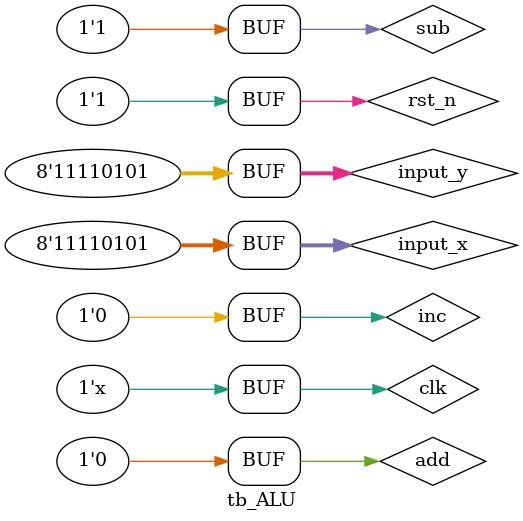
<source format=v>
`timescale 1ns/1ns

module tb_ALU;
    reg clk  ;
    reg rst_n;
    reg add  ;
    reg sub  ;
    reg inc  ;
    reg dec  ;
    reg  signed [7:0] input_x;
    reg  signed [7:0] input_y;
    wire [7:0] alu_b;
    wire    CF ;
    wire    AF ;
    wire    ZF ;
    wire    SF ;
    wire    OF ;


    ALU ALU_inst(
            .clk     (clk   )    ,
            .rst_n   (rst_n )     ,
            .add     (add   )    ,
            .sub     (sub   )       ,
            .inc     (inc   )    ,
            .input_x (input_x)    ,
            .input_y (input_y)    ,
            .alu_b   (alu_b )    ,
            .CF      (CF    )    ,
            .AF      (AF    )    ,
            .ZF      (ZF    )    ,
            .SF      (SF    )    ,
            .OF      (OF    ),
            .dec(dec)
        );

    initial begin
        rst_n=1'd0;
        clk=1'd0;
        input_x= -11;
        input_y=-11;
        
        #10
         rst_n<=1'd1;
        #20
         add<=1'd1;
        #20
         add<=1'd0;
        inc<=1'd1;
        #20
         inc<=1'd0;
        sub<=1'd1;

    end
    always #10 begin
        clk<=~clk;
    end


endmodule

</source>
